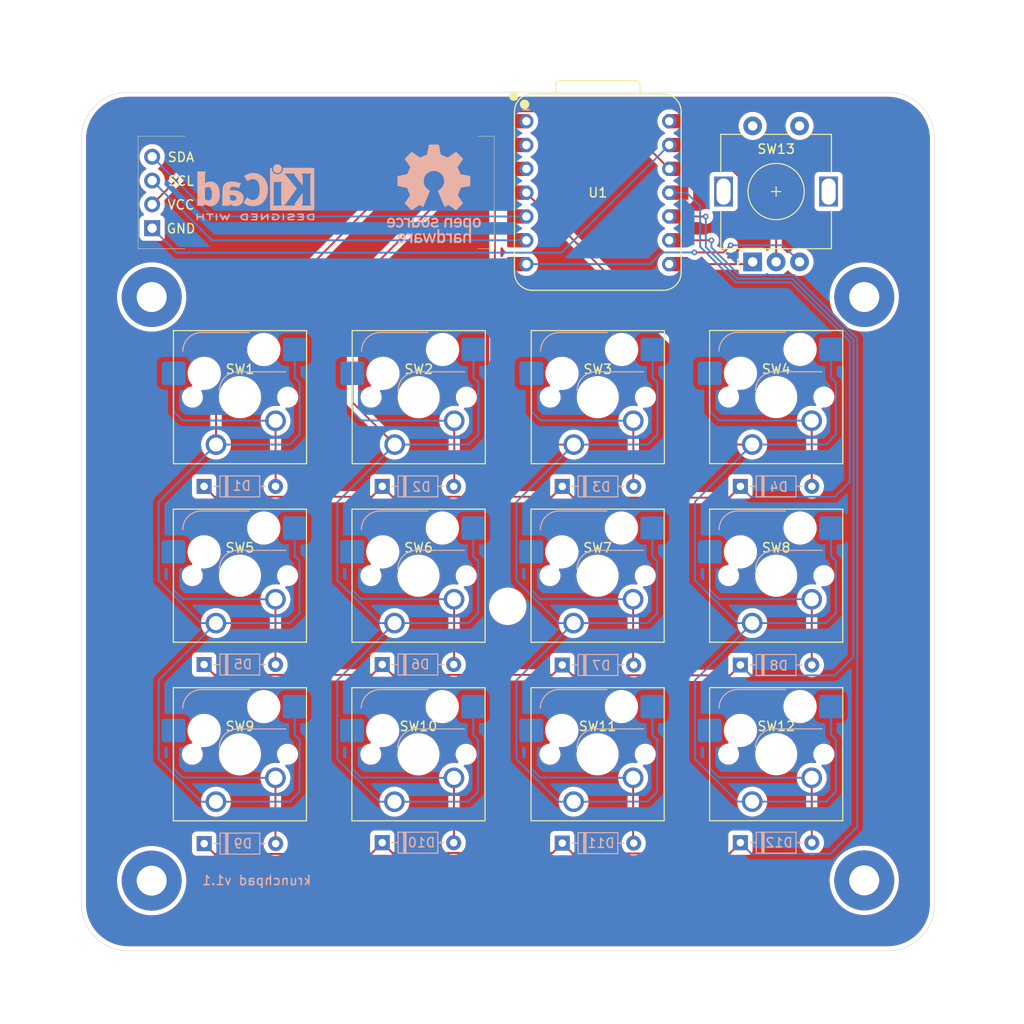
<source format=kicad_pcb>
(kicad_pcb (version 20241229) (generator "pcbnew") (generator_version "9.0")
  (layers (0 "F.Cu" signal) (2 "B.Cu" signal) (13 "F.Paste" user) (15 "B.Paste" user) (5 "F.SilkS" user "F.Silkscreen") (7 "B.SilkS" user "B.Silkscreen") (1 "F.Mask" user) (3 "B.Mask" user) (25 "Edge.Cuts" user))
  (net 0 "")
  (net 1 "Net-(D1-A)")
  (net 2 "R1")
  (net 3 "Net-(D2-A)")
  (net 4 "Net-(D3-A)")
  (net 5 "Net-(D4-A)")
  (net 6 "Net-(D5-A)")
  (net 7 "R2")
  (net 8 "Net-(D6-A)")
  (net 9 "Net-(D7-A)")
  (net 10 "Net-(D8-A)")
  (net 11 "R3")
  (net 12 "Net-(D9-A)")
  (net 13 "Net-(D10-A)")
  (net 14 "Net-(D11-A)")
  (net 15 "Net-(D12-A)")
  (net 16 "Net-(J1-SCL)")
  (net 17 "GND")
  (net 18 "Net-(J1-SDA)")
  (net 19 "+3V3")
  (net 20 "C1")
  (net 21 "C2")
  (net 22 "C3")
  (net 23 "C4")
  (net 24 "GPIO0")
  (net 25 "GPIO1")
  (net 26 "+5V")
  (footprint "Rotary_Encoder:RotaryEncoder_Alps_EC11E-Switch_Vertical_H20mm" (layer "F.Cu") (at 126 55.87 90)
    (property "Reference" "SW13" (at 12.035 2.5 180) (layer "F.SilkS"))
    (property "Value" "RotaryEncoder_Switch")
    (pad "A" thru_hole rect (at 0 0 90) (size 2 2) (drill 1) (layers "*.Cu" "*.Mask") (net 25 "GPIO1"))
    (pad "B" thru_hole circle (at 0 5 90) (size 2 2) (drill 1) (layers "*.Cu" "*.Mask") (net 24 "GPIO0"))
    (pad "C" thru_hole circle (at 0 2.5 90) (size 2 2) (drill 1) (layers "*.Cu" "*.Mask") (net 17 "GND"))
    (pad "MP" thru_hole rect (at 7.5 -3.1 90) (size 3.2 2) (drill oval 2.8 1.5) (layers "*.Cu" "*.Mask"))
    (pad "MP" thru_hole rect (at 7.5 8.1 90) (size 3.2 2) (drill oval 2.8 1.5) (layers "*.Cu" "*.Mask"))
    (pad "S1" thru_hole circle (at 14.5 5 90) (size 2 2) (drill 1) (layers "*.Cu" "*.Mask"))
    (pad "S2" thru_hole circle (at 14.5 0 90) (size 2 2) (drill 1) (layers "*.Cu" "*.Mask"))
  )
  (footprint "dual_hotswap:dual-hotswap_MX" (layer "F.Cu") (at 90.35 108.39)
    (property "Reference" "SW10" (at 0 -2.98 0) (layer "F.SilkS"))
    (property "Value" "SW_Push_45deg")
    (fp_line (start -7.085 -2.54) (end -7.080971 1.529029) (stroke (width 0.2)) (layer "B.Cu"))
    (fp_line (start -7.08 1.53) (end -6.13 2.48) (stroke (width 0.2)) (layer "B.Cu"))
    (fp_line (start -6.13 2.48) (end 3.79 2.52) (stroke (width 0.2)) (layer "B.Cu"))
    (fp_line (start -1.46 5.06) (end 5.33 5.05) (stroke (width 0.2)) (layer "B.Cu"))
    (fp_line (start 5.33 5.05) (end 6.362894 4.008991) (stroke (width 0.2)) (layer "B.Cu"))
    (fp_line (start 5.842 -5.08) (end 5.842 -2.07) (stroke (width 0.2)) (layer "B.Cu"))
    (fp_line (start 5.842 -2.07) (end 6.364348 -1.548875) (stroke (width 0.2)) (layer "B.Cu"))
    (fp_line (start 6.364348 -1.548875) (end 6.362894 4.007992) (stroke (width 0.2)) (layer "B.Cu"))
    (pad "" smd roundrect (at -7.085 -2.54) (size 2.55 2.5) (layers "B.Cu" "B.Mask" "B.Paste") (roundrect_rratio 0.1))
    (pad "" np_thru_hole circle (at -5.08 0) (size 1.75 1.75) (drill 1.75) (layers "*.Cu" "*.Mask"))
    (pad "" np_thru_hole circle (at -3.81 -2.54) (size 3.05 3.05) (drill 3.05) (layers "*.Cu" "*.Mask"))
    (pad "" np_thru_hole circle (at 0 0) (size 4 4) (drill 4) (layers "*.Cu" "*.Mask"))
    (pad "" np_thru_hole circle (at 2.54 -5.08) (size 3.05 3.05) (drill 3.05) (layers "*.Cu" "*.Mask"))
    (pad "" np_thru_hole circle (at 5.08 0) (size 1.75 1.75) (drill 1.75) (layers "*.Cu" "*.Mask"))
    (pad "" smd roundrect (at 5.842 -5.08) (size 2.55 2.5) (layers "B.Cu" "B.Mask" "B.Paste") (roundrect_rratio 0.1))
    (pad "1" thru_hole circle (at -2.56 5.06 180) (size 2.2 2.2) (drill 1.5) (layers "*.Cu" "*.Mask") (net 21 "C2"))
    (pad "2" thru_hole circle (at 3.79 2.52 180) (size 2.2 2.2) (drill 1.5) (layers "*.Cu" "*.Mask") (net 13 "Net-(D10-A)"))
  )
  (footprint "dual_hotswap:dual-hotswap_MX" (layer "F.Cu") (at 128.51 108.38)
    (property "Reference" "SW12" (at 0 -2.98 0) (layer "F.SilkS"))
    (property "Value" "SW_Push_45deg")
    (fp_line (start -7.085 -2.54) (end -7.080971 1.529029) (stroke (width 0.2)) (layer "B.Cu"))
    (fp_line (start -7.08 1.53) (end -6.13 2.48) (stroke (width 0.2)) (layer "B.Cu"))
    (fp_line (start -6.13 2.48) (end 3.79 2.52) (stroke (width 0.2)) (layer "B.Cu"))
    (fp_line (start -1.46 5.06) (end 5.33 5.05) (stroke (width 0.2)) (layer "B.Cu"))
    (fp_line (start 5.33 5.05) (end 6.362894 4.008991) (stroke (width 0.2)) (layer "B.Cu"))
    (fp_line (start 5.842 -5.08) (end 5.842 -2.07) (stroke (width 0.2)) (layer "B.Cu"))
    (fp_line (start 5.842 -2.07) (end 6.364348 -1.548875) (stroke (width 0.2)) (layer "B.Cu"))
    (fp_line (start 6.364348 -1.548875) (end 6.362894 4.007992) (stroke (width 0.2)) (layer "B.Cu"))
    (pad "" smd roundrect (at -7.085 -2.54) (size 2.55 2.5) (layers "B.Cu" "B.Mask" "B.Paste") (roundrect_rratio 0.1))
    (pad "" np_thru_hole circle (at -5.08 0) (size 1.75 1.75) (drill 1.75) (layers "*.Cu" "*.Mask"))
    (pad "" np_thru_hole circle (at -3.81 -2.54) (size 3.05 3.05) (drill 3.05) (layers "*.Cu" "*.Mask"))
    (pad "" np_thru_hole circle (at 0 0) (size 4 4) (drill 4) (layers "*.Cu" "*.Mask"))
    (pad "" np_thru_hole circle (at 2.54 -5.08) (size 3.05 3.05) (drill 3.05) (layers "*.Cu" "*.Mask"))
    (pad "" np_thru_hole circle (at 5.08 0) (size 1.75 1.75) (drill 1.75) (layers "*.Cu" "*.Mask"))
    (pad "" smd roundrect (at 5.842 -5.08) (size 2.55 2.5) (layers "B.Cu" "B.Mask" "B.Paste") (roundrect_rratio 0.1))
    (pad "1" thru_hole circle (at -2.56 5.06 180) (size 2.2 2.2) (drill 1.5) (layers "*.Cu" "*.Mask") (net 23 "C4"))
    (pad "2" thru_hole circle (at 3.79 2.52 180) (size 2.2 2.2) (drill 1.5) (layers "*.Cu" "*.Mask") (net 15 "Net-(D12-A)"))
  )
  (footprint "" (layer "F.Cu") (at 137.9 121.84)
    (property "Reference" "" (at 0 0 0) (layer "F.SilkS") (effects (font (size 1.27 1.27))))
    (property "Value" "")
    (pad "1" thru_hole circle (at 0 0) (size 6.4 6.4) (drill 3.2) (layers "*.Cu" "*.Mask"))
  )
  (footprint "" (layer "F.Cu") (at 137.9 59.62)
    (property "Reference" "" (at 0 0 0) (layer "F.SilkS") (effects (font (size 1.27 1.27))))
    (property "Value" "")
    (pad "1" thru_hole circle (at 0 0) (size 6.4 6.4) (drill 3.2) (layers "*.Cu" "*.Mask"))
  )
  (footprint "dual_hotswap:dual-hotswap_MX" (layer "F.Cu") (at 90.36 89.34)
    (property "Reference" "SW6" (at 0 -2.98 0) (layer "F.SilkS"))
    (property "Value" "SW_Push_45deg")
    (fp_line (start -7.085 -2.54) (end -7.080971 1.529029) (stroke (width 0.2)) (layer "B.Cu"))
    (fp_line (start -7.08 1.53) (end -6.13 2.48) (stroke (width 0.2)) (layer "B.Cu"))
    (fp_line (start -6.13 2.48) (end 3.79 2.52) (stroke (width 0.2)) (layer "B.Cu"))
    (fp_line (start -1.46 5.06) (end 5.33 5.05) (stroke (width 0.2)) (layer "B.Cu"))
    (fp_line (start 5.33 5.05) (end 6.362894 4.008991) (stroke (width 0.2)) (layer "B.Cu"))
    (fp_line (start 5.842 -5.08) (end 5.842 -2.07) (stroke (width 0.2)) (layer "B.Cu"))
    (fp_line (start 5.842 -2.07) (end 6.364348 -1.548875) (stroke (width 0.2)) (layer "B.Cu"))
    (fp_line (start 6.364348 -1.548875) (end 6.362894 4.007992) (stroke (width 0.2)) (layer "B.Cu"))
    (pad "" smd roundrect (at -7.085 -2.54) (size 2.55 2.5) (layers "B.Cu" "B.Mask" "B.Paste") (roundrect_rratio 0.1))
    (pad "" np_thru_hole circle (at -5.08 0) (size 1.75 1.75) (drill 1.75) (layers "*.Cu" "*.Mask"))
    (pad "" np_thru_hole circle (at -3.81 -2.54) (size 3.05 3.05) (drill 3.05) (layers "*.Cu" "*.Mask"))
    (pad "" np_thru_hole circle (at 0 0) (size 4 4) (drill 4) (layers "*.Cu" "*.Mask"))
    (pad "" np_thru_hole circle (at 2.54 -5.08) (size 3.05 3.05) (drill 3.05) (layers "*.Cu" "*.Mask"))
    (pad "" np_thru_hole circle (at 5.08 0) (size 1.75 1.75) (drill 1.75) (layers "*.Cu" "*.Mask"))
    (pad "" smd roundrect (at 5.842 -5.08) (size 2.55 2.5) (layers "B.Cu" "B.Mask" "B.Paste") (roundrect_rratio 0.1))
    (pad "1" thru_hole circle (at -2.56 5.06 180) (size 2.2 2.2) (drill 1.5) (layers "*.Cu" "*.Mask") (net 21 "C2"))
    (pad "2" thru_hole circle (at 3.79 2.52 180) (size 2.2 2.2) (drill 1.5) (layers "*.Cu" "*.Mask") (net 8 "Net-(D6-A)"))
  )
  (footprint "" (layer "F.Cu") (at 61.9 59.62)
    (property "Reference" "" (at 0 0 0) (layer "F.SilkS") (effects (font (size 1.27 1.27))))
    (property "Value" "")
    (pad "1" thru_hole circle (at 0 0) (size 6.4 6.4) (drill 3.2) (layers "*.Cu" "*.Mask"))
  )
  (footprint "dual_hotswap:dual-hotswap_MX" (layer "F.Cu") (at 128.51 89.34)
    (property "Reference" "SW8" (at 0 -2.98 0) (layer "F.SilkS"))
    (property "Value" "SW_Push_45deg")
    (fp_line (start -7.085 -2.54) (end -7.080971 1.529029) (stroke (width 0.2)) (layer "B.Cu"))
    (fp_line (start -7.08 1.53) (end -6.13 2.48) (stroke (width 0.2)) (layer "B.Cu"))
    (fp_line (start -6.13 2.48) (end 3.79 2.52) (stroke (width 0.2)) (layer "B.Cu"))
    (fp_line (start -1.46 5.06) (end 5.33 5.05) (stroke (width 0.2)) (layer "B.Cu"))
    (fp_line (start 5.33 5.05) (end 6.362894 4.008991) (stroke (width 0.2)) (layer "B.Cu"))
    (fp_line (start 5.842 -5.08) (end 5.842 -2.07) (stroke (width 0.2)) (layer "B.Cu"))
    (fp_line (start 5.842 -2.07) (end 6.364348 -1.548875) (stroke (width 0.2)) (layer "B.Cu"))
    (fp_line (start 6.364348 -1.548875) (end 6.362894 4.007992) (stroke (width 0.2)) (layer "B.Cu"))
    (pad "" smd roundrect (at -7.085 -2.54) (size 2.55 2.5) (layers "B.Cu" "B.Mask" "B.Paste") (roundrect_rratio 0.1))
    (pad "" np_thru_hole circle (at -5.08 0) (size 1.75 1.75) (drill 1.75) (layers "*.Cu" "*.Mask"))
    (pad "" np_thru_hole circle (at -3.81 -2.54) (size 3.05 3.05) (drill 3.05) (layers "*.Cu" "*.Mask"))
    (pad "" np_thru_hole circle (at 0 0) (size 4 4) (drill 4) (layers "*.Cu" "*.Mask"))
    (pad "" np_thru_hole circle (at 2.54 -5.08) (size 3.05 3.05) (drill 3.05) (layers "*.Cu" "*.Mask"))
    (pad "" np_thru_hole circle (at 5.08 0) (size 1.75 1.75) (drill 1.75) (layers "*.Cu" "*.Mask"))
    (pad "" smd roundrect (at 5.842 -5.08) (size 2.55 2.5) (layers "B.Cu" "B.Mask" "B.Paste") (roundrect_rratio 0.1))
    (pad "1" thru_hole circle (at -2.56 5.06 180) (size 2.2 2.2) (drill 1.5) (layers "*.Cu" "*.Mask") (net 23 "C4"))
    (pad "2" thru_hole circle (at 3.79 2.52 180) (size 2.2 2.2) (drill 1.5) (layers "*.Cu" "*.Mask") (net 10 "Net-(D8-A)"))
  )
  (footprint "" (layer "F.Cu") (at 61.9 121.87)
    (property "Reference" "" (at 0 0 0) (layer "F.SilkS") (effects (font (size 1.27 1.27))))
    (property "Value" "")
    (pad "1" thru_hole circle (at 0 0) (size 6.4 6.4) (drill 3.2) (layers "*.Cu" "*.Mask"))
  )
  (footprint "dual_hotswap:dual-hotswap_MX" (layer "F.Cu") (at 128.51 70.29)
    (property "Reference" "SW4" (at 0 -2.98 0) (layer "F.SilkS"))
    (property "Value" "SW_Push_45deg")
    (fp_line (start -7.085 -2.54) (end -7.080971 1.529029) (stroke (width 0.2)) (layer "B.Cu"))
    (fp_line (start -7.08 1.53) (end -6.13 2.48) (stroke (width 0.2)) (layer "B.Cu"))
    (fp_line (start -6.13 2.48) (end 3.79 2.52) (stroke (width 0.2)) (layer "B.Cu"))
    (fp_line (start -1.46 5.06) (end 5.33 5.05) (stroke (width 0.2)) (layer "B.Cu"))
    (fp_line (start 5.33 5.05) (end 6.362894 4.008991) (stroke (width 0.2)) (layer "B.Cu"))
    (fp_line (start 5.842 -5.08) (end 5.842 -2.07) (stroke (width 0.2)) (layer "B.Cu"))
    (fp_line (start 5.842 -2.07) (end 6.364348 -1.548875) (stroke (width 0.2)) (layer "B.Cu"))
    (fp_line (start 6.364348 -1.548875) (end 6.362894 4.007992) (stroke (width 0.2)) (layer "B.Cu"))
    (pad "" smd roundrect (at -7.085 -2.54) (size 2.55 2.5) (layers "B.Cu" "B.Mask" "B.Paste") (roundrect_rratio 0.1))
    (pad "" np_thru_hole circle (at -5.08 0) (size 1.75 1.75) (drill 1.75) (layers "*.Cu" "*.Mask"))
    (pad "" np_thru_hole circle (at -3.81 -2.54) (size 3.05 3.05) (drill 3.05) (layers "*.Cu" "*.Mask"))
    (pad "" np_thru_hole circle (at 0 0) (size 4 4) (drill 4) (layers "*.Cu" "*.Mask"))
    (pad "" np_thru_hole circle (at 2.54 -5.08) (size 3.05 3.05) (drill 3.05) (layers "*.Cu" "*.Mask"))
    (pad "" np_thru_hole circle (at 5.08 0) (size 1.75 1.75) (drill 1.75) (layers "*.Cu" "*.Mask"))
    (pad "" smd roundrect (at 5.842 -5.08) (size 2.55 2.5) (layers "B.Cu" "B.Mask" "B.Paste") (roundrect_rratio 0.1))
    (pad "1" thru_hole circle (at -2.56 5.06 180) (size 2.2 2.2) (drill 1.5) (layers "*.Cu" "*.Mask") (net 23 "C4"))
    (pad "2" thru_hole circle (at 3.79 2.52 180) (size 2.2 2.2) (drill 1.5) (layers "*.Cu" "*.Mask") (net 5 "Net-(D4-A)"))
  )
  (footprint "dual_hotswap:dual-hotswap_MX" (layer "F.Cu") (at 71.31 89.34)
    (property "Reference" "SW5" (at 0 -2.98 0) (layer "F.SilkS"))
    (property "Value" "SW_Push_45deg")
    (fp_line (start -7.085 -2.54) (end -7.080971 1.529029) (stroke (width 0.2)) (layer "B.Cu"))
    (fp_line (start -7.08 1.53) (end -6.13 2.48) (stroke (width 0.2)) (layer "B.Cu"))
    (fp_line (start -6.13 2.48) (end 3.79 2.52) (stroke (width 0.2)) (layer "B.Cu"))
    (fp_line (start -1.46 5.06) (end 5.33 5.05) (stroke (width 0.2)) (layer "B.Cu"))
    (fp_line (start 5.33 5.05) (end 6.362894 4.008991) (stroke (width 0.2)) (layer "B.Cu"))
    (fp_line (start 5.842 -5.08) (end 5.842 -2.07) (stroke (width 0.2)) (layer "B.Cu"))
    (fp_line (start 5.842 -2.07) (end 6.364348 -1.548875) (stroke (width 0.2)) (layer "B.Cu"))
    (fp_line (start 6.364348 -1.548875) (end 6.362894 4.007992) (stroke (width 0.2)) (layer "B.Cu"))
    (pad "" smd roundrect (at -7.085 -2.54) (size 2.55 2.5) (layers "B.Cu" "B.Mask" "B.Paste") (roundrect_rratio 0.1))
    (pad "" np_thru_hole circle (at -5.08 0) (size 1.75 1.75) (drill 1.75) (layers "*.Cu" "*.Mask"))
    (pad "" np_thru_hole circle (at -3.81 -2.54) (size 3.05 3.05) (drill 3.05) (layers "*.Cu" "*.Mask"))
    (pad "" np_thru_hole circle (at 0 0) (size 4 4) (drill 4) (layers "*.Cu" "*.Mask"))
    (pad "" np_thru_hole circle (at 2.54 -5.08) (size 3.05 3.05) (drill 3.05) (layers "*.Cu" "*.Mask"))
    (pad "" np_thru_hole circle (at 5.08 0) (size 1.75 1.75) (drill 1.75) (layers "*.Cu" "*.Mask"))
    (pad "" smd roundrect (at 5.842 -5.08) (size 2.55 2.5) (layers "B.Cu" "B.Mask" "B.Paste") (roundrect_rratio 0.1))
    (pad "1" thru_hole circle (at -2.56 5.06 180) (size 2.2 2.2) (drill 1.5) (layers "*.Cu" "*.Mask") (net 20 "C1"))
    (pad "2" thru_hole circle (at 3.79 2.52 180) (size 2.2 2.2) (drill 1.5) (layers "*.Cu" "*.Mask") (net 6 "Net-(D5-A)"))
  )
  (footprint "MountingHole:MountingHole_3.5mm" (layer "F.Cu") (at 99.8728 92.6084)
    (property "Reference" "REF**" (hide yes))
    (property "Value" "MountingHole_3.5mm" (hide yes))
    (pad "" np_thru_hole circle (at 0 0) (size 3.5 3.5) (drill 3.5) (layers "*.Cu" "*.Mask"))
  )
  (footprint "dual_hotswap:dual-hotswap_MX" (layer "F.Cu") (at 109.48 70.3)
    (property "Reference" "SW3" (at 0 -2.98 0) (layer "F.SilkS"))
    (property "Value" "SW_Push_45deg")
    (fp_line (start -7.085 -2.54) (end -7.080971 1.529029) (stroke (width 0.2)) (layer "B.Cu"))
    (fp_line (start -7.08 1.53) (end -6.13 2.48) (stroke (width 0.2)) (layer "B.Cu"))
    (fp_line (start -6.13 2.48) (end 3.79 2.52) (stroke (width 0.2)) (layer "B.Cu"))
    (fp_line (start -1.46 5.06) (end 5.33 5.05) (stroke (width 0.2)) (layer "B.Cu"))
    (fp_line (start 5.33 5.05) (end 6.362894 4.008991) (stroke (width 0.2)) (layer "B.Cu"))
    (fp_line (start 5.842 -5.08) (end 5.842 -2.07) (stroke (width 0.2)) (layer "B.Cu"))
    (fp_line (start 5.842 -2.07) (end 6.364348 -1.548875) (stroke (width 0.2)) (layer "B.Cu"))
    (fp_line (start 6.364348 -1.548875) (end 6.362894 4.007992) (stroke (width 0.2)) (layer "B.Cu"))
    (pad "" smd roundrect (at -7.085 -2.54) (size 2.55 2.5) (layers "B.Cu" "B.Mask" "B.Paste") (roundrect_rratio 0.1))
    (pad "" np_thru_hole circle (at -5.08 0) (size 1.75 1.75) (drill 1.75) (layers "*.Cu" "*.Mask"))
    (pad "" np_thru_hole circle (at -3.81 -2.54) (size 3.05 3.05) (drill 3.05) (layers "*.Cu" "*.Mask"))
    (pad "" np_thru_hole circle (at 0 0) (size 4 4) (drill 4) (layers "*.Cu" "*.Mask"))
    (pad "" np_thru_hole circle (at 2.54 -5.08) (size 3.05 3.05) (drill 3.05) (layers "*.Cu" "*.Mask"))
    (pad "" np_thru_hole circle (at 5.08 0) (size 1.75 1.75) (drill 1.75) (layers "*.Cu" "*.Mask"))
    (pad "" smd roundrect (at 5.842 -5.08) (size 2.55 2.5) (layers "B.Cu" "B.Mask" "B.Paste") (roundrect_rratio 0.1))
    (pad "1" thru_hole circle (at -2.56 5.06 180) (size 2.2 2.2) (drill 1.5) (layers "*.Cu" "*.Mask") (net 22 "C3"))
    (pad "2" thru_hole circle (at 3.79 2.52 180) (size 2.2 2.2) (drill 1.5) (layers "*.Cu" "*.Mask") (net 4 "Net-(D3-A)"))
  )
  (footprint "Seeed-XIAO:XIAO-RP2040-DIP" (layer "F.Cu") (at 109.48 48.4885)
    (property "Reference" "U1" (at 0 0 0) (layer "F.SilkS"))
    (property "Value" "XIAO-RP2040-DIP")
    (pad "1" smd roundrect (at -8.455 -7.62 180) (size 2.432 1.524) (layers "F.Cu" "F.Mask") (roundrect_rratio 0.1) (net 20 "C1"))
    (pad "1" thru_hole circle (at -7.62 -7.62 180) (size 1.524 1.524) (drill 0.889) (layers "*.Cu" "*.Mask") (net 20 "C1"))
    (pad "2" smd roundrect (at -8.455 -5.08 180) (size 2.432 1.524) (layers "F.Cu" "F.Mask") (roundrect_rratio 0.1) (net 21 "C2"))
    (pad "2" thru_hole circle (at -7.62 -5.08 180) (size 1.524 1.524) (drill 0.889) (layers "*.Cu" "*.Mask") (net 21 "C2"))
    (pad "3" smd roundrect (at -8.455 -2.54 180) (size 2.432 1.524) (layers "F.Cu" "F.Mask") (roundrect_rratio 0.1) (net 22 "C3"))
    (pad "3" thru_hole circle (at -7.62 -2.54 180) (size 1.524 1.524) (drill 0.889) (layers "*.Cu" "*.Mask") (net 22 "C3"))
    (pad "4" smd roundrect (at -8.455 0 180) (size 2.432 1.524) (layers "F.Cu" "F.Mask") (roundrect_rratio 0.1) (net 23 "C4"))
    (pad "4" thru_hole circle (at -7.62 0 180) (size 1.524 1.524) (drill 0.889) (layers "*.Cu" "*.Mask") (net 23 "C4"))
    (pad "5" smd roundrect (at -8.455 2.54 180) (size 2.432 1.524) (layers "F.Cu" "F.Mask") (roundrect_rratio 0.1) (net 18 "Net-(J1-SDA)"))
    (pad "5" thru_hole circle (at -7.62 2.54 180) (size 1.524 1.524) (drill 0.889) (layers "*.Cu" "*.Mask") (net 18 "Net-(J1-SDA)"))
    (pad "6" smd roundrect (at -8.455 5.08 180) (size 2.432 1.524) (layers "F.Cu" "F.Mask") (roundrect_rratio 0.1) (net 16 "Net-(J1-SCL)"))
    (pad "6" thru_hole circle (at -7.62 5.08 180) (size 1.524 1.524) (drill 0.889) (layers "*.Cu" "*.Mask") (net 16 "Net-(J1-SCL)"))
    (pad "7" smd roundrect (at -8.455 7.62 180) (size 2.432 1.524) (layers "F.Cu" "F.Mask") (roundrect_rratio 0.1) (net 24 "GPIO0"))
    (pad "7" thru_hole circle (at -7.62 7.62 180) (size 1.524 1.524) (drill 0.889) (layers "*.Cu" "*.Mask") (net 24 "GPIO0"))
    (pad "8" thru_hole circle (at 7.62 7.62) (size 1.524 1.524) (drill 0.889) (layers "*.Cu" "*.Mask") (net 25 "GPIO1"))
    (pad "8" smd roundrect (at 8.455 7.62) (size 2.432 1.524) (layers "F.Cu" "F.Mask") (roundrect_rratio 0.1) (net 25 "GPIO1"))
    (pad "9" thru_hole circle (at 7.62 5.08) (size 1.524 1.524) (drill 0.889) (layers "*.Cu" "*.Mask") (net 11 "R3"))
    (pad "9" smd roundrect (at 8.455 5.08) (size 2.432 1.524) (layers "F.Cu" "F.Mask") (roundrect_rratio 0.1) (net 11 "R3"))
    (pad "10" thru_hole circle (at 7.62 2.54) (size 1.524 1.524) (drill 0.889) (layers "*.Cu" "*.Mask") (net 7 "R2"))
    (pad "10" smd roundrect (at 8.455 2.54) (size 2.432 1.524) (layers "F.Cu" "F.Mask") (roundrect_rratio 0.1) (net 7 "R2"))
    (pad "11" thru_hole circle (at 7.62 0) (size 1.524 1.524) (drill 0.889) (layers "*.Cu" "*.Mask") (net 2 "R1"))
    (pad "11" smd roundrect (at 8.455 0) (size 2.432 1.524) (layers "F.Cu" "F.Mask") (roundrect_rratio 0.1) (net 2 "R1"))
    (pad "12" thru_hole circle (at 7.62 -2.54) (size 1.524 1.524) (drill 0.889) (layers "*.Cu" "*.Mask") (net 19 "+3V3"))
    (pad "12" smd roundrect (at 8.455 -2.54) (size 2.432 1.524) (layers "F.Cu" "F.Mask") (roundrect_rratio 0.1) (net 19 "+3V3"))
    (pad "13" thru_hole circle (at 7.62 -5.08) (size 1.524 1.524) (drill 0.889) (layers "*.Cu" "*.Mask") (net 17 "GND"))
    (pad "13" smd roundrect (at 8.455 -5.08) (size 2.432 1.524) (layers "F.Cu" "F.Mask") (roundrect_rratio 0.1) (net 17 "GND"))
    (pad "14" thru_hole circle (at 7.62 -7.62) (size 1.524 1.524) (drill 0.889) (layers "*.Cu" "*.Mask") (net 26 "+5V"))
    (pad "14" smd roundrect (at 8.455 -7.62) (size 2.432 1.524) (layers "F.Cu" "F.Mask") (roundrect_rratio 0.1) (net 26 "+5V"))
  )
  (footprint "0.91-OLED:SSD1306-0.91-OLED-4pin-128x32" (layer "F.Cu") (at 98.45 54.47 180)
    (property "Reference" "J1" (hide yes))
    (property "Value" "OLED_128x32")
    (fp_text user "SDA" (at 33.426 9.766 180) (layer "F.SilkS"))
    (fp_text user "VCC" (at 33.426 4.686 180) (layer "F.SilkS"))
    (fp_text user "SCL" (at 33.426 7.226 180) (layer "F.SilkS"))
    (fp_text user "GND" (at 33.426 2.146 180) (layer "F.SilkS"))
    (pad "1" thru_hole rect (at 36.5 2.19 180) (size 1.7 1.7) (drill 1) (layers "*.Cu" "*.Mask") (net 17 "GND"))
    (pad "2" thru_hole oval (at 36.5 4.73 180) (size 1.7 1.7) (drill 1) (layers "*.Cu" "*.Mask") (net 19 "+3V3"))
    (pad "3" thru_hole oval (at 36.5 7.27 180) (size 1.7 1.7) (drill 1) (layers "*.Cu" "*.Mask") (net 16 "Net-(J1-SCL)"))
    (pad "4" thru_hole oval (at 36.5 9.81 180) (size 1.7 1.7) (drill 1) (layers "*.Cu" "*.Mask") (net 18 "Net-(J1-SDA)"))
  )
  (footprint "dual_hotswap:dual-hotswap_MX" (layer "F.Cu") (at 90.38 70.3)
    (property "Reference" "SW2" (at 0 -2.98 0) (layer "F.SilkS"))
    (property "Value" "SW_Push_45deg")
    (fp_line (start -7.085 -2.54) (end -7.080971 1.529029) (stroke (width 0.2)) (layer "B.Cu"))
    (fp_line (start -7.08 1.53) (end -6.13 2.48) (stroke (width 0.2)) (layer "B.Cu"))
    (fp_line (start -6.13 2.48) (end 3.79 2.52) (stroke (width 0.2)) (layer "B.Cu"))
    (fp_line (start -1.46 5.06) (end 5.33 5.05) (stroke (width 0.2)) (layer "B.Cu"))
    (fp_line (start 5.33 5.05) (end 6.362894 4.008991) (stroke (width 0.2)) (layer "B.Cu"))
    (fp_line (start 5.842 -5.08) (end 5.842 -2.07) (stroke (width 0.2)) (layer "B.Cu"))
    (fp_line (start 5.842 -2.07) (end 6.364348 -1.548875) (stroke (width 0.2)) (layer "B.Cu"))
    (fp_line (start 6.364348 -1.548875) (end 6.362894 4.007992) (stroke (width 0.2)) (layer "B.Cu"))
    (pad "" smd roundrect (at -7.085 -2.54) (size 2.55 2.5) (layers "B.Cu" "B.Mask" "B.Paste") (roundrect_rratio 0.1))
    (pad "" np_thru_hole circle (at -5.08 0) (size 1.75 1.75) (drill 1.75) (layers "*.Cu" "*.Mask"))
    (pad "" np_thru_hole circle (at -3.81 -2.54) (size 3.05 3.05) (drill 3.05) (layers "*.Cu" "*.Mask"))
    (pad "" np_thru_hole circle (at 0 0) (size 4 4) (drill 4) (layers "*.Cu" "*.Mask"))
    (pad "" np_thru_hole circle (at 2.54 -5.08) (size 3.05 3.05) (drill 3.05) (layers "*.Cu" "*.Mask"))
    (pad "" np_thru_hole circle (at 5.08 0) (size 1.75 1.75) (drill 1.75) (layers "*.Cu" "*.Mask"))
    (pad "" smd roundrect (at 5.842 -5.08) (size 2.55 2.5) (layers "B.Cu" "B.Mask" "B.Paste") (roundrect_rratio 0.1))
    (pad "1" thru_hole circle (at -2.56 5.06 180) (size 2.2 2.2) (drill 1.5) (layers "*.Cu" "*.Mask") (net 21 "C2"))
    (pad "2" thru_hole circle (at 3.79 2.52 180) (size 2.2 2.2) (drill 1.5) (layers "*.Cu" "*.Mask") (net 3 "Net-(D2-A)"))
  )
  (footprint "dual_hotswap:dual-hotswap_MX" (layer "F.Cu") (at 109.46 108.385)
    (property "Reference" "SW11" (at 0 -2.98 0) (layer "F.SilkS"))
    (property "Value" "SW_Push_45deg")
    (fp_line (start -7.085 -2.54) (end -7.080971 1.529029) (stroke (width 0.2)) (layer "B.Cu"))
    (fp_line (start -7.08 1.53) (end -6.13 2.48) (stroke (width 0.2)) (layer "B.Cu"))
    (fp_line (start -6.13 2.48) (end 3.79 2.52) (stroke (width 0.2)) (layer "B.Cu"))
    (fp_line (start -1.46 5.06) (end 5.33 5.05) (stroke (width 0.2)) (layer "B.Cu"))
    (fp_line (start 5.33 5.05) (end 6.362894 4.008991) (stroke (width 0.2)) (layer "B.Cu"))
    (fp_line (start 5.842 -5.08) (end 5.842 -2.07) (stroke (width 0.2)) (layer "B.Cu"))
    (fp_line (start 5.842 -2.07) (end 6.364348 -1.548875) (stroke (width 0.2)) (layer "B.Cu"))
    (fp_line (start 6.364348 -1.548875) (end 6.362894 4.007992) (stroke (width 0.2)) (layer "B.Cu"))
    (pad "" smd roundrect (at -7.085 -2.54) (size 2.55 2.5) (layers "B.Cu" "B.Mask" "B.Paste") (roundrect_rratio 0.1))
    (pad "" np_thru_hole circle (at -5.08 0) (size 1.75 1.75) (drill 1.75) (layers "*.Cu" "*.Mask"))
    (pad "" np_thru_hole circle (at -3.81 -2.54) (size 3.05 3.05) (drill 3.05) (layers "*.Cu" "*.Mask"))
    (pad "" np_thru_hole circle (at 0 0) (size 4 4) (drill 4) (layers "*.Cu" "*.Mask"))
    (pad "" np_thru_hole circle (at 2.54 -5.08) (size 3.05 3.05) (drill 3.05) (layers "*.Cu" "*.Mask"))
    (pad "" np_thru_hole circle (at 5.08 0) (size 1.75 1.75) (drill 1.75) (layers "*.Cu" "*.Mask"))
    (pad "" smd roundrect (at 5.842 -5.08) (size 2.55 2.5) (layers "B.Cu" "B.Mask" "B.Paste") (roundrect_rratio 0.1))
    (pad "1" thru_hole circle (at -2.56 5.06 180) (size 2.2 2.2) (drill 1.5) (layers "*.Cu" "*.Mask") (net 22 "C3"))
    (pad "2" thru_hole circle (at 3.79 2.52 180) (size 2.2 2.2) (drill 1.5) (layers "*.Cu" "*.Mask") (net 14 "Net-(D11-A)"))
  )
  (footprint "dual_hotswap:dual-hotswap_MX" (layer "F.Cu") (at 109.46 89.34)
    (property "Reference" "SW7" (at 0 -2.98 0) (layer "F.SilkS"))
    (property "Value" "SW_Push_45deg")
    (fp_line (start -7.085 -2.54) (end -7.080971 1.529029) (stroke (width 0.2)) (layer "B.Cu"))
    (fp_line (start -7.08 1.53) (end -6.13 2.48) (stroke (width 0.2)) (layer "B.Cu"))
    (fp_line (start -6.13 2.48) (end 3.79 2.52) (stroke (width 0.2)) (layer "B.Cu"))
    (fp_line (start -1.46 5.06) (end 5.33 5.05) (stroke (width 0.2)) (layer "B.Cu"))
    (fp_line (start 5.33 5.05) (end 6.362894 4.008991) (stroke (width 0.2)) (layer "B.Cu"))
    (fp_line (start 5.842 -5.08) (end 5.842 -2.07) (stroke (width 0.2)) (layer "B.Cu"))
    (fp_line (start 5.842 -2.07) (end 6.364348 -1.548875) (stroke (width 0.2)) (layer "B.Cu"))
    (fp_line (start 6.364348 -1.548875) (end 6.362894 4.007992) (stroke (width 0.2)) (layer "B.Cu"))
    (pad "" smd roundrect (at -7.085 -2.54) (size 2.55 2.5) (layers "B.Cu" "B.Mask" "B.Paste") (roundrect_rratio 0.1))
    (pad "" np_thru_hole circle (at -5.08 0) (size 1.75 1.75) (drill 1.75) (layers "*.Cu" "*.Mask"))
    (pad "" np_thru_hole circle (at -3.81 -2.54) (size 3.05 3.05) (drill 3.05) (layers "*.Cu" "*.Mask"))
    (pad "" np_thru_hole circle (at 0 0) (size 4 4) (drill 4) (layers "*.Cu" "*.Mask"))
    (pad "" np_thru_hole circle (at 2.54 -5.08) (size 3.05 3.05) (drill 3.05) (layers "*.Cu" "*.Mask"))
    (pad "" np_thru_hole circle (at 5.08 0) (size 1.75 1.75) (drill 1.75) (layers "*.Cu" "*.Mask"))
    (pad "" smd roundrect (at 5.842 -5.08) (size 2.55 2.5) (layers "B.Cu" "B.Mask" "B.Paste") (roundrect_rratio 0.1))
    (pad "1" thru_hole circle (at -2.56 5.06 180) (size 2.2 2.2) (drill 1.5) (layers "*.Cu" "*.Mask") (net 22 "C3"))
    (pad "2" thru_hole circle (at 3.79 2.52 180) (size 2.2 2.2) (drill 1.5) (layers "*.Cu" "*.Mask") (net 9 "Net-(D7-A)"))
  )
  (footprint "dual_hotswap:dual-hotswap_MX" (layer "F.Cu") (at 71.32 70.3)
    (property "Reference" "SW1" (at 0 -2.98 0) (layer "F.SilkS"))
    (property "Value" "SW_Push_45deg")
    (fp_line (start -7.085 -2.54) (end -7.080971 1.529029) (stroke (width 0.2)) (layer "B.Cu"))
    (fp_line (start -7.08 1.53) (end -6.13 2.48) (stroke (width 0.2)) (layer "B.Cu"))
    (fp_line (start -6.13 2.48) (end 3.79 2.52) (stroke (width 0.2)) (layer "B.Cu"))
    (fp_line (start -1.46 5.06) (end 5.33 5.05) (stroke (width 0.2)) (layer "B.Cu"))
    (fp_line (start 5.33 5.05) (end 6.362894 4.008991) (stroke (width 0.2)) (layer "B.Cu"))
    (fp_line (start 5.842 -5.08) (end 5.842 -2.07) (stroke (width 0.2)) (layer "B.Cu"))
    (fp_line (start 5.842 -2.07) (end 6.364348 -1.548875) (stroke (width 0.2)) (layer "B.Cu"))
    (fp_line (start 6.364348 -1.548875) (end 6.362894 4.007992) (stroke (width 0.2)) (layer "B.Cu"))
    (pad "" smd roundrect (at -7.085 -2.54) (size 2.55 2.5) (layers "B.Cu" "B.Mask" "B.Paste") (roundrect_rratio 0.1))
    (pad "" np_thru_hole circle (at -5.08 0) (size 1.75 1.75) (drill 1.75) (layers "*.Cu" "*.Mask"))
    (pad "" np_thru_hole circle (at -3.81 -2.54) (size 3.05 3.05) (drill 3.05) (layers "*.Cu" "*.Mask"))
    (pad "" np_thru_hole circle (at 0 0) (size 4 4) (drill 4) (layers "*.Cu" "*.Mask"))
    (pad "" np_thru_hole circle (at 2.54 -5.08) (size 3.05 3.05) (drill 3.05) (layers "*.Cu" "*.Mask"))
    (pad "" np_thru_hole circle (at 5.08 0) (size 1.75 1.75) (drill 1.75) (layers "*.Cu" "*.Mask"))
    (pad "" smd roundrect (at 5.842 -5.08) (size 2.55 2.5) (layers "B.Cu" "B.Mask" "B.Paste") (roundrect_rratio 0.1))
    (pad "1" thru_hole circle (at -2.56 5.06 180) (size 2.2 2.2) (drill 1.5) (layers "*.Cu" "*.Mask") (net 20 "C1"))
    (pad "2" thru_hole circle (at 3.79 2.52 180) (size 2.2 2.2) (drill 1.5) (layers "*.Cu" "*.Mask") (net 1 "Net-(D1-A)"))
  )
  (footprint "dual_hotswap:dual-hotswap_MX" (layer "F.Cu") (at 71.31 108.39)
    (property "Reference" "SW9" (at 0 -2.98 0) (layer "F.SilkS"))
    (property "Value" "SW_Push_45deg")
    (fp_line (start -7.085 -2.54) (end -7.080971 1.529029) (stroke (width 0.2)) (layer "B.Cu"))
    (fp_line (start -7.08 1.53) (end -6.13 2.48) (stroke (width 0.2)) (layer "B.Cu"))
    (fp_line (start -6.13 2.48) (end 3.79 2.52) (stroke (width 0.2)) (layer "B.Cu"))
    (fp_line (start -1.46 5.06) (end 5.33 5.05) (stroke (width 0.2)) (layer "B.Cu"))
    (fp_line (start 5.33 5.05) (end 6.362894 4.008991) (stroke (width 0.2)) (layer "B.Cu"))
    (fp_line (start 5.842 -5.08) (end 5.842 -2.07) (stroke (width 0.2)) (layer "B.Cu"))
    (fp_line (start 5.842 -2.07) (end 6.364348 -1.548875) (stroke (width 0.2)) (layer "B.Cu"))
    (fp_line (start 6.364348 -1.548875) (end 6.362894 4.007992) (stroke (width 0.2)) (layer "B.Cu"))
    (pad "" smd roundrect (at -7.085 -2.54) (size 2.55 2.5) (layers "B.Cu" "B.Mask" "B.Paste") (roundrect_rratio 0.1))
    (pad "" np_thru_hole circle (at -5.08 0) (size 1.75 1.75) (drill 1.75) (layers "*.Cu" "*.Mask"))
    (pad "" np_thru_hole circle (at -3.81 -2.54) (size 3.05 3.05) (drill 3.05) (layers "*.Cu" "*.Mask"))
    (pad "" np_thru_hole circle (at 0 0) (size 4 4) (drill 4) (layers "*.Cu" "*.Mask"))
    (pad "" np_thru_hole circle (at 2.54 -5.08) (size 3.05 3.05) (drill 3.05) (layers "*.Cu" "*.Mask"))
    (pad "" np_thru_hole circle (at 5.08 0) (size 1.75 1.75) (drill 1.75) (layers "*.Cu" "*.Mask"))
    (pad "" smd roundrect (at 5.842 -5.08) (size 2.55 2.5) (layers "B.Cu" "B.Mask" "B.Paste") (roundrect_rratio 0.1))
    (pad "1" thru_hole circle (at -2.56 5.06 180) (size 2.2 2.2) (drill 1.5) (layers "*.Cu" "*.Mask") (net 20 "C1"))
    (pad "2" thru_hole circle (at 3.79 2.52 180) (size 2.2 2.2) (drill 1.5) (layers "*.Cu" "*.Mask") (net 12 "Net-(D9-A)"))
  )
  (footprint "Diode_THT:D_DO-35_SOD27_P7.62mm_Horizontal" (layer "B.Cu") (at 67.49 98.82)
    (property "Reference" "D5" (at 4.138 -0.014 0) (layer "B.SilkS") (effects (justify mirror)))
    (property "Value" "1N4148")
    (pad "1" thru_hole rect (at 0 0) (size 1.6 1.6) (drill 0.8) (layers "*.Cu" "*.Mask") (net 7 "R2"))
    (pad "2" thru_hole oval (at 7.62 0) (size 1.6 1.6) (drill 0.8) (layers "*.Cu" "*.Mask") (net 6 "Net-(D5-A)"))
  )
  (footprint "Diode_THT:D_DO-35_SOD27_P7.62mm_Horizontal" (layer "B.Cu") (at 86.49 98.82)
    (property "Reference" "D6" (at 4.061 -0.014 0) (layer "B.SilkS") (effects (justify mirror)))
    (property "Value" "1N4148")
    (pad "1" thru_hole rect (at 0 0) (size 1.6 1.6) (drill 0.8) (layers "*.Cu" "*.Mask") (net 7 "R2"))
    (pad "2" thru_hole oval (at 7.62 0) (size 1.6 1.6) (drill 0.8) (layers "*.Cu" "*.Mask") (net 8 "Net-(D6-A)"))
  )
  (footprint "Diode_THT:D_DO-35_SOD27_P7.62mm_Horizontal" (layer "B.Cu") (at 86.49 117.82)
    (property "Reference" "D10" (at 4.188 0 0) (layer "B.SilkS") (effects (justify mirror)))
    (property "Value" "1N4148")
    (pad "1" thru_hole rect (at 0 0) (size 1.6 1.6) (drill 0.8) (layers "*.Cu" "*.Mask") (net 11 "R3"))
    (pad "2" thru_hole oval (at 7.62 0) (size 1.6 1.6) (drill 0.8) (layers "*.Cu" "*.Mask") (net 13 "Net-(D10-A)"))
  )
  (footprint "Diode_THT:D_DO-35_SOD27_P7.62mm_Horizontal" (layer "B.Cu") (at 105.69 117.87)
    (property "Reference" "D11" (at 4.128 0 0) (layer "B.SilkS") (effects (justify mirror)))
    (property "Value" "1N4148")
    (pad "1" thru_hole rect (at 0 0) (size 1.6 1.6) (drill 0.8) (layers "*.Cu" "*.Mask") (net 11 "R3"))
    (pad "2" thru_hole oval (at 7.62 0) (size 1.6 1.6) (drill 0.8) (layers "*.Cu" "*.Mask") (net 14 "Net-(D11-A)"))
  )
  (footprint "Diode_THT:D_DO-35_SOD27_P7.62mm_Horizontal" (layer "B.Cu") (at 124.69 98.87)
    (property "Reference" "D8" (at 4.088 0.063 0) (layer "B.SilkS") (effects (justify mirror)))
    (property "Value" "1N4148")
    (pad "1" thru_hole rect (at 0 0) (size 1.6 1.6) (drill 0.8) (layers "*.Cu" "*.Mask") (net 7 "R2"))
    (pad "2" thru_hole oval (at 7.62 0) (size 1.6 1.6) (drill 0.8) (layers "*.Cu" "*.Mask") (net 10 "Net-(D8-A)"))
  )
  (footprint "Diode_THT:D_DO-35_SOD27_P7.62mm_Horizontal" (layer "B.Cu") (at 124.69 117.82)
    (property "Reference" "D12" (at 4.128 0 0) (layer "B.SilkS") (effects (justify mirror)))
    (property "Value" "1N4148")
    (pad "1" thru_hole rect (at 0 0) (size 1.6 1.6) (drill 0.8) (layers "*.Cu" "*.Mask") (net 11 "R3"))
    (pad "2" thru_hole oval (at 7.62 0) (size 1.6 1.6) (drill 0.8) (layers "*.Cu" "*.Mask") (net 15 "Net-(D12-A)"))
  )
  (footprint "Diode_THT:D_DO-35_SOD27_P7.62mm_Horizontal" (layer "B.Cu") (at 105.69 79.82)
    (property "Reference" "D3" (at 4.165 0.063 0) (layer "B.SilkS") (effects (justify mirror)))
    (property "Value" "1N4148")
    (pad "1" thru_hole rect (at 0 0) (size 1.6 1.6) (drill 0.8) (layers "*.Cu" "*.Mask") (net 2 "R1"))
    (pad "2" thru_hole oval (at 7.62 0) (size 1.6 1.6) (drill 0.8) (layers "*.Cu" "*.Mask") (net 4 "Net-(D3-A)"))
  )
  (footprint "Diode_THT:D_DO-35_SOD27_P7.62mm_Horizontal" (layer "B.Cu") (at 105.69 98.87)
    (property "Reference" "D7" (at 4.165 0.063 0) (layer "B.SilkS") (effects (justify mirror)))
    (property "Value" "1N4148")
    (pad "1" thru_hole rect (at 0 0) (size 1.6 1.6) (drill 0.8) (layers "*.Cu" "*.Mask") (net 7 "R2"))
    (pad "2" thru_hole oval (at 7.62 0) (size 1.6 1.6) (drill 0.8) (layers "*.Cu" "*.Mask") (net 9 "Net-(D7-A)"))
  )
  (footprint "Symbol:KiCad-Logo2_5mm_SilkScreen" (layer "B.Cu") (at 72.9672 48.4452 180)
    (property "Reference" "logo1" (hide yes))
    (property "Value" "KiCad-Logo2_5mm_SilkScreen" (hide yes))
  )
  (footprint "Diode_THT:D_DO-35_SOD27_P7.62mm_Horizontal" (layer "B.Cu") (at 67.5 117.92)
    (property "Reference" "D9" (at 4.128 0 0) (layer "B.SilkS") (effects (justify mirror)))
    (property "Value" "1N4148")
    (pad "1" thru_hole rect (at 0 0) (size 1.6 1.6) (drill 0.8) (layers "*.Cu" "*.Mask") (net 11 "R3"))
    (pad "2" thru_hole oval (at 7.62 0) (size 1.6 1.6) (drill 0.8) (layers "*.Cu" "*.Mask") (net 12 "Net-(D9-A)"))
  )
  (footprint "Diode_THT:D_DO-35_SOD27_P7.62mm_Horizontal" (layer "B.Cu") (at 86.49 79.82)
    (property "Reference" "D2" (at 4.188 0.063 0) (layer "B.SilkS") (effects (justify mirror)))
    (property "Value" "1N4148")
    (pad "1" thru_hole rect (at 0 0) (size 1.6 1.6) (drill 0.8) (layers "*.Cu" "*.Mask") (net 2 "R1"))
    (pad "2" thru_hole oval (at 7.62 0) (size 1.6 1.6) (drill 0.8) (layers "*.Cu" "*.Mask") (net 3 "Net-(D2-A)"))
  )
  (footprint "Diode_THT:D_DO-35_SOD27_P7.62mm_Horizontal" (layer "B.Cu") (at 67.49 79.82)
    (property "Reference" "D1" (at 4.011 -0.05 0) (layer "B.SilkS") (effects (justify mirror)))
    (property "Value" "1N4148")
    (pad "1" thru_hole rect (at 0 0) (size 1.6 1.6) (drill 0.8) (layers "*.Cu" "*.Mask") (net 2 "R1"))
    (pad "2" thru_hole oval (at 7.62 0) (size 1.6 1.6) (drill 0.8) (layers "*.Cu" "*.Mask") (net 1 "Net-(D1-A)"))
  )
  (footprint "LOGO" (layer "B.Cu") (at 92 48.62 180)
    (property "Reference" "G***" (hide yes))
    (property "Value" "LOGO" (hide yes))
  )
  (footprint "Diode_THT:D_DO-35_SOD27_P7.62mm_Horizontal" (layer "B.Cu") (at 124.69 79.82)
    (property "Reference" "D4" (at 4.088 0.063 0) (layer "B.SilkS") (effects (justify mirror)))
    (property "Value" "1N4148")
    (pad "1" thru_hole rect (at 0 0) (size 1.6 1.6) (drill 0.8) (layers "*.Cu" "*.Mask") (net 2 "R1"))
    (pad "2" thru_hole oval (at 7.62 0) (size 1.6 1.6) (drill 0.8) (layers "*.Cu" "*.Mask") (net 5 "Net-(D4-A)"))
  )
  (gr_arc (start 59.4 129.359131) (mid 55.864466 127.894665) (end 54.4 124.359131) (stroke (width 0.05)) (layer "Edge.Cuts"))
  (gr_line (start 145.4 42.765383) (end 145.4 124.359131) (stroke (width 0.05)) (layer "Edge.Cuts"))
  (gr_arc (start 54.4 42.765383) (mid 55.864472 39.22986) (end 59.4 37.765383) (stroke (width 0.05)) (layer "Edge.Cuts"))
  (gr_line (start 54.4 124.359131) (end 54.4 42.765383) (stroke (width 0.05)) (layer "Edge.Cuts"))
  (gr_arc (start 145.4 124.359131) (mid 143.935534 127.894665) (end 140.4 129.359131) (stroke (width 0.05)) (layer "Edge.Cuts"))
  (gr_arc (start 140.4 37.765383) (mid 143.935534 39.229849) (end 145.4 42.765383) (stroke (width 0.05)) (layer "Edge.Cuts"))
  (gr_line (start 140.4 129.359131) (end 59.4 129.359131) (stroke (width 0.05)) (layer "Edge.Cuts"))
  (gr_line (start 59.4 37.765383) (end 140.4 37.765383) (stroke (width 0.05)) (layer "Edge.Cuts"))
  (gr_text "krunchpad v1.1" (at 79 122.428 0) (layer "B.SilkS") (effects (font (size 1 1)) (justify left bottom mirror)))
  (segment (start 75.11 72.82) (end 75.11 79.82) (width 0.2) (layer "F.Cu") (net 1))
  (segment (start 67.49 79.82) (end 68.591 80.921) (width 0.2) (layer "F.Cu") (net 2))
  (segment (start 123.49 81.02) (end 124.69 79.82) (width 0.2) (layer "F.Cu") (net 2))
  (segment (start 105.69 79.82) (end 106.89 81.02) (width 0.2) (layer "F.Cu") (net 2))
  (segment (start 87.591 80.921) (end 104.589 80.921) (width 0.2) (layer "F.Cu") (net 2))
  (segment (start 86.49 79.82) (end 87.591 80.921) (width 0.2) (layer "F.Cu") (net 2))
  (segment (start 104.589 80.921) (end 105.69 79.82) (width 0.2) (layer "F.Cu") (net 2))
  (segment (start 68.591 80.921) (end 85.389 80.921) (width 0.2) (layer "F.Cu") (net 2))
  (segment (start 85.389 80.921) (end 86.49 79.82) (width 0.2) (layer "F.Cu") (net 2))
  (segment (start 106.89 81.02) (end 123.49 81.02) (width 0.2) (layer "F.Cu") (net 2))
  (segment (start 120.401405 49.941805) (end 120.401405 54.259805) (width 0.2) (layer "B.Cu") (net 2))
  (segment (start 117.1 48.4885) (end 118.9481 48.4885) (width 0.2) (layer "B.Cu") (net 2))
  (segment (start 120.401405 54.259805) (end 124.206 58.0644) (width 0.2) (layer "B.Cu") (net 2))
  (segment (start 136.3472 79.3496) (end 134.7724 80.9244) (width 0.2) (layer "B.Cu") (net 2))
  (segment (start 124.206 58.0644) (end 130.0644 58.0644) (width 0.2) (layer "B.Cu") (net 2))
  (segment (start 134.7724 80.9244) (end 125.7944 80.9244) (width 0.2) (layer "B.Cu") (net 2))
  (segment (start 136.3472 64.3472) (end 136.3472 79.3496) (width 0.2) (layer "B.Cu") (net 2))
  (segment (start 118.9481 48.4885) (end 120.401405 49.941805) (width 0.2) (layer "B.Cu") (net 2))
  (segment (start 130.0644 58.0644) (end 136.3472 64.3472) (width 0.2) (layer "B.Cu") (net 2))
  (segment (start 125.7944 80.9244) (end 124.69 79.82) (width 0.2) (layer "B.Cu") (net 2))
  (segment (start 94.17 79.76) (end 94.11 79.82) (width 0.2) (layer "F.Cu") (net 3))
  (segment (start 94.17 72.82) (end 94.17 79.76) (width 0.2) (layer "F.Cu") (net 3))
  (segment (start 113.27 79.78) (end 113.31 79.82) (width 0.2) (layer "F.Cu") (net 4))
  (segment (start 113.27 72.82) (end 113.27 79.78) (width 0.2) (layer "F.Cu") (net 4))
  (segment (start 132.3 72.81) (end 132.3 79.81) (width 0.2) (layer "F.Cu") (net 5))
  (segment (start 132.3 79.81) (end 132.31 79.82) (width 0.2) (layer "F.Cu") (net 5))
  (segment (start 75.1 98.81) (end 75.11 98.82) (width 0.2) (layer "F.Cu") (net 6))
  (segment (start 75.1 91.86) (end 75.1 98.81) (width 0.2) (layer "F.Cu") (net 6))
  (segment (start 120.529905 51.0285) (end 117.935 51.0285) (width 0.2) (layer "F.Cu") (net 7))
  (segment (start 85.389 99.921) (end 86.49 98.82) (width 0.2) (layer "F.Cu") (net 7))
  (segment (start 67.49 98.82) (end 68.591 99.921) (width 0.2) (layer "F.Cu") (net 7))
  (segment (start 121.001405 51.03) (end 120.531405 51.03) (width 0.2) (layer "F.Cu") (net 7))
  (segment (start 106.791 99.971) (end 105.69 98.87) (width 0.2) (layer "F.Cu") (net 7))
  (segment (start 87.591 99.921) (end 86.49 98.82) (width 0.2) (layer "F.Cu") (net 7))
  (segment (start 120.531405 51.03) (end 120.529905 51.0285) (width 0.2) (layer "F.Cu") (net 7))
  (segment (start 123.589 99.971) (end 106.791 99.971) (width 0.2) (layer "F.Cu") (net 7))
  (segment (start 68.591 99.921) (end 85.389 99.921) (width 0.2) (layer "F.Cu") (net 7))
  (segment (start 104.639 99.921) (end 87.591 99.921) (width 0.2) (layer "F.Cu") (net 7))
  (segment (start 105.69 98.87) (end 104.639 99.921) (width 0.2) (layer "F.Cu") (net 7))
  (segment (start 124.69 98.87) (end 123.589 99.971) (width 0.2) (layer "F.Cu") (net 7))
  (via (at 121.001405 51.03) (size 0.6) (drill 0.3) (layers "F.Cu" "B.Cu") (net 7))
  (segment (start 125.7944 99.9744) (end 124.69 98.87) (width 0.2) (layer "B.Cu") (net 7))
  (segment (start 136.7482 97.9986) (end 134.7724 99.9744) (width 0.2) (layer "B.Cu") (net 7))
  (segment (start 130.2305 57.6634) (end 136.7482 64.1811) (width 0.2) (layer "B.Cu") (net 7))
  (segment (start 121 54.2913) (end 124.3721 57.6634) (width 0.2) (layer "B.Cu") (net 7))
  (segment (start 121.001405 51.03) (end 121 51.031405) (width 0.2) (layer "B.Cu") (net 7))
  (segment (start 134.7724 99.9744) (end 125.7944 99.9744) (width 0.2) (layer "B.Cu") (net 7))
  (segment (start 121 51.031405) (end 121 54.2913) (width 0.2) (layer "B.Cu") (net 7))
  (segment (start 136.7482 64.1811) (end 136.7482 97.9986) (width 0.2) (layer "B.Cu") (net 7))
  (segment (start 124.3721 57.6634) (end 130.2305 57.6634) (width 0.2) (layer "B.Cu") (net 7))
  (segment (start 94.15 91.86) (end 94.15 98.78) (width 0.2) (layer "F.Cu") (net 8))
  (segment (start 94.15 98.78) (end 94.11 98.82) (width 0.2) (layer "F.Cu") (net 8))
  (segment (start 113.25 98.81) (end 113.31 98.87) (width 0.2) (layer "F.Cu") (net 9))
  (segment (start 113.25 91.86) (end 113.25 98.81) (width 0.2) (layer "F.Cu") (net 9))
  (segment (start 132.3 98.86) (end 132.31 98.87) (width 0.2) (layer "F.Cu") (net 10))
  (segment (start 132.3 91.86) (end 132.3 98.86) (width 0.2) (layer "F.Cu") (net 10))
  (segment (start 86.49 117.82) (end 85.289 119.021) (width 0.2) (layer "F.Cu") (net 11))
  (segment (start 87.591 118.921) (end 104.639 118.921) (width 0.2) (layer "F.Cu") (net 11))
  (segment (start 124.69 117.82) (end 123.539 118.971) (width 0.2) (layer "F.Cu") (net 11))
  (segment (start 123.539 118.971) (end 106.791 118.971) (width 0.2) (layer "F.Cu") (net 11))
  (segment (start 106.791 118.971) (end 105.69 117.87) (width 0.2) (layer "F.Cu") (net 11))
  (segment (start 121.6 53.5685) (end 117.935 53.5685) (width 0.2) (layer "F.Cu") (net 11))
  (segment (start 104.639 118.921) (end 105.69 117.87) (width 0.2) (layer "F.Cu") (net 11))
  (segment (start 68.601 119.021) (end 67.5 117.92) (width 0.2) (layer "F.Cu") (net 11))
  (segment (start 86.49 117.82) (end 87.591 118.921) (width 0.2) (layer "F.Cu") (net 11))
  (segment (start 85.289 119.021) (end 68.601 119.021) (width 0.2) (layer "F.Cu") (net 11))
  (via (at 121.6 53.5685) (size 0.6) (drill 0.3) (layers "F.Cu" "B.Cu") (net 11))
  (segment (start 137.1492 64.015) (end 137.1492 116.1508) (width 0.2) (layer "B.Cu") (net 11))
  (segment (start 137.1492 116.1508) (end 134.3 119) (width 0.2) (layer "B.Cu") (net 11))
  (segment (start 121.6 53.5685) (end 121.6 54.3242) (width 0.2) (layer "B.Cu") (net 11))
  (segment (start 121.6 54.3242) (end 124.5382 57.2624) (width 0.2) (layer "B.Cu") (net 11))
  (segment (start 134.3 119) (end 125.87 119) (width 0.2) (layer "B.Cu") (net 11))
  (segment (start 130.3966 57.2624) (end 137.1492 64.015) (width 0.2) (layer "B.Cu") (net 11))
  (segment (start 125.87 119) (end 124.69 117.82) (width 0.2) (layer "B.Cu") (net 11))
  (segment (start 124.5382 57.2624) (end 130.3966 57.2624) (width 0.2) (layer "B.Cu") (net 11))
  (segment (start 75.1 110.91) (end 75.1 117.9) (width 0.2) (layer "F.Cu") (net 12))
  (segment (start 75.1 117.9) (end 75.12 117.92) (width 0.2) (layer "F.Cu") (net 12))
  (segment (start 94.14 110.91) (end 94.14 117.79) (width 0.2) (layer "F.Cu") (net 13))
  (segment (start 94.14 117.79) (end 94.11 117.82) (width 0.2) (layer "F.Cu") (net 13))
  (segment (start 113.25 117.81) (end 113.31 117.87) (width 0.2) (layer "F.Cu") (net 14))
  (segment (start 113.25 110.905) (end 113.25 117.81) (width 0.2) (layer "F.Cu") (net 14))
  (segment (start 132.3 110.9) (end 132.3 117.81) (width 0.2) (layer "F.Cu") (net 15))
  (segment (start 132.3 117.81) (end 132.31 117.82) (width 0.2) (layer "F.Cu") (net 15))
  (segment (start 61.95 47.2) (end 68.3185 53.5685) (width 0.2) (layer "B.Cu") (net 16))
  (segment (start 68.3185 53.5685) (end 101.86 53.5685) (width 0.2) (layer "B.Cu") (net 16))
  (segment (start 117.935 43.4085) (end 121.1405 43.4085) (width 0.2) (layer "F.Cu") (net 17))
  (segment (start 121.1405 43.4085) (end 128.5 50.768) (width 0.2) (layer "F.Cu") (net 17))
  (segment (start 128.5 50.768) (end 128.5 55.87) (width 0.2) (layer "F.Cu") (net 17))
  (segment (start 117.1 43.4085) (end 105.6185 54.89) (width 0.2) (layer "B.Cu") (net 17))
  (segment (start 64.56 54.89) (end 61.95 52.28) (width 0.2) (layer "B.Cu") (net 17))
  (segment (start 105.6185 54.89) (end 64.56 54.89) (width 0.2) (layer "B.Cu") (net 17))
  (segment (start 68.3185 51.0285) (end 101.86 51.0285) (width 0.2) (layer "B.Cu") (net 18))
  (segment (start 61.95 44.66) (end 68.3185 51.0285) (width 0.2) (layer "B.Cu") (net 18))
  (segment (start 71.8845 39.8055) (end 110.957 39.8055) (width 0.2) (layer "F.Cu") (net 19))
  (segment (start 61.95 49.74) (end 71.8845 39.8055) (width 0.2) (layer "F.Cu") (net 19))
  (segment (start 110.957 39.8055) (end 117.1 45.9485) (width 0.2) (layer "F.Cu") (net 19))
  (segment (start 68.76 69.39) (end 71.31 66.84) (width 0.2) (layer "F.Cu") (net 20))
  (segment (start 94.2415 40.8685) (end 101.025 40.8685) (width 0.2) (layer "F.Cu") (net 20))
  (segment (start 71.31 63.8) (end 94.2415 40.8685) (width 0.2) (layer "F.Cu") (net 20))
  (segment (start 71.31 66.84) (end 71.31 63.8) (width 0.2) (layer "F.Cu") (net 20))
  (segment (start 68.76 75.36) (end 68.76 69.39) (width 0.2) (layer "F.Cu") (net 20))
  (segment (start 67.1929 113.45) (end 68.75 113.45) (width 0.2) (layer "B.Cu") (net 20))
  (segment (start 62.649 100.501) (end 62.649 108.9061) (width 0.2) (layer "B.Cu") (net 20))
  (segment (start 62.649 108.9061) (end 67.1929 113.45) (width 0.2) (layer "B.Cu") (net 20))
  (segment (start 68.76 75.36) (end 62.649 81.471) (width 0.2) (layer "B.Cu") (net 20))
  (segment (start 68.75 94.4) (end 62.649 100.501) (width 0.2) (layer "B.Cu") (net 20))
  (segment (start 67.1929 94.4) (end 68.75 94.4) (width 0.2) (layer "B.Cu") (net 20))
  (segment (start 62.649 89.8561) (end 67.1929 94.4) (width 0.2) (layer "B.Cu") (net 20))
  (segment (start 62.649 81.471) (end 62.649 89.8561) (width 0.2) (layer "B.Cu") (net 20))
  (segment (start 83.312 70.852) (end 83.312 58.588) (width 0.2) (layer "F.Cu") (net 21))
  (segment (start 87.82 75.36) (end 83.312 70.852) (width 0.2) (layer "F.Cu") (net 21))
  (segment (start 98.4915 43.4085) (end 101.025 43.4085) (width 0.2) (layer "F.Cu") (net 21))
  (segment (start 83.312 58.588) (end 98.4915 43.4085) (width 0.2) (layer "F.Cu") (net 21))
  (segment (start 81.699 89.8561) (end 86.2429 94.4) (width 0.2) (layer "B.Cu") (net 21))
  (segment (start 81.689 100.511) (end 81.689 108.9061) (width 0.2) (layer "B.Cu") (net 21))
  (segment (start 81.689 108.9061) (end 86.2329 113.45) (width 0.2) (layer "B.Cu") (net 21))
  (segment (start 86.2429 94.4) (end 87.8 94.4) (width 0.2) (layer "B.Cu") (net 21))
  (segment (start 87.82 75.36) (end 81.699 81.481) (width 0.2) (layer "B.Cu") (net 21))
  (segment (start 81.699 81.481) (end 81.699 89.8561) (width 0.2) (layer "B.Cu") (net 21))
  (segment (start 87.8 94.4) (end 81.689 100.511) (width 0.2) (layer "B.Cu") (net 21))
  (segment (start 86.2329 113.45) (end 87.79 113.45) (width 0.2) (layer "B.Cu") (net 21))
  (segment (start 99.8983 45.9485) (end 98.5012 47.3456) (width 0.2) (layer "F.Cu") (net 22))
  (segment (start 100.2012 75.36) (end 106.92 75.36) (width 0.2) (layer "F.Cu") (net 22))
  (segment (start 101.025 45.9485) (end 99.8983 45.9485) (width 0.2) (layer "F.Cu") (net 22))
  (segment (start 98.5012 73.66) (end 100.2012 75.36) (width 0.2) (layer "F.Cu") (net 22))
  (segment (start 98.5012 47.3456) (end 98.5012 73.66) (width 0.2) (layer "F.Cu") (net 22))
  (segment (start 105.3429 113.445) (end 106.9 113.445) (width 0.2) (layer "B.Cu") (net 22))
  (segment (start 100.799 100.501) (end 100.799 108.9011) (width 0.2) (layer "B.Cu") (net 22))
  (segment (start 100.799 89.8561) (end 105.3429 94.4) (width 0.2) (layer "B.Cu") (net 22))
  (segment (start 105.3429 94.4) (end 106.9 94.4) (width 0.2) (layer "B.Cu") (net 22))
  (segment (start 100.799 108.9011) (end 105.3429 113.445) (width 0.2) (layer "B.Cu") (net 22))
  (segment (start 100.799 81.481) (end 100.799 89.8561) (width 0.2) (layer "B.Cu") (net 22))
  (segment (start 106.9 94.4) (end 100.799 100.501) (width 0.2) (layer "B.Cu") (net 22))
  (segment (start 106.92 75.36) (end 100.799 81.481) (width 0.2) (layer "B.Cu") (net 22))
  (segment (start 125.95 75.35) (end 120.3588 75.35) (width 0.2) (layer "F.Cu") (net 23))
  (segment (start 118.745 73.7362) (end 118.745 65.405) (width 0.2) (layer "F.Cu") (net 23))
  (segment (start 102.5397 48.4885) (end 101.025 48.4885) (width 0.2) (layer "F.Cu") (net 23))
  (segment (start 120.3588 75.35) (end 118.745 73.7362) (width 0.2) (layer "F.Cu") (net 23))
  (segment (start 101.86 48.52) (end 101.86 48.4885) (width 0.2) (layer "F.Cu") (net 23))
  (segment (start 118.745 65.405) (end 101.86 48.52) (width 0.2) (layer "F.Cu") (net 23))
  (segment (start 119.849 89.8561) (end 124.3929 94.4) (width 0.2) (layer "B.Cu") (net 23))
  (segment (start 119.849 108.8961) (end 124.3929 113.44) (width 0.2) (layer "B.Cu") (net 23))
  (segment (start 119.849 100.501) (end 119.849 108.8961) (width 0.2) (layer "B.Cu") (net 23))
  (segment (start 124.3929 94.4) (end 125.95 94.4) (width 0.2) (layer "B.Cu") (net 23))
  (segment (start 119.849 81.451) (end 119.849 89.8561) (width 0.2) (layer "B.Cu") (net 23))
  (segment (start 125.95 94.4) (end 119.849 100.501) (width 0.2) (layer "B.Cu") (net 23))
  (segment (start 124.3929 113.44) (end 125.95 113.44) (width 0.2) (layer "B.Cu") (net 23))
  (segment (start 125.95 75.35) (end 119.849 81.451) (width 0.2) (layer "B.Cu") (net 23))
  (segment (start 119.7864 54.864) (end 122.8852 54.864) (width 0.2) (layer "F.Cu") (net 24))
  (segment (start 122.8852 54.864) (end 123.6472 54.102) (width 0.2) (layer "F.Cu") (net 24))
  (via (at 123.6472 54.102) (size 0.6) (drill 0.3) (layers "F.Cu" "B.Cu") (net 24))
  (via (at 119.7864 54.864) (size 0.6) (drill 0.3) (layers "F.Cu" "B.Cu") (net 24))
  (segment (start 131 55.87) (end 129.232 54.102) (width 0.2) (layer "B.Cu") (net 24))
  (segment (start 119.7864 54.864) (end 116.332 54.864) (width 0.2) (layer "B.Cu") (net 24))
  (segment (start 116.332 54.864) (end 115.0875 56.1085) (width 0.2) (layer "B.Cu") (net 24))
  (segment (start 115.0875 56.1085) (end 101.86 56.1085) (width 0.2) (layer "B.Cu") (net 24))
  (segment (start 129.232 54.102) (end 123.6472 54.102) (width 0.2) (layer "B.Cu") (net 24))
  (segment (start 117.935 56.1085) (end 125.7615 56.1085) (width 0.2) (layer "F.Cu") (net 25))
  (segment (start 125.7615 56.1085) (end 126 55.87) (width 0.2) (layer "F.Cu") (net 25))
  (zone (net 0) (net_name "") (layers "F.Cu" "B.Cu") (connect_pads (clearance 0.5)) (min_thickness 0.25) (fill yes (thermal_gap 0.5) (thermal_bridge_width 0.5) (island_removal_mode 1) (island_area_min 10))
    (polygon (pts (xy 45.72 27.94) (xy 154.94 27.94) (xy 154.94 137.16) (xy 45.72 137.16)))
  )
)
</source>
